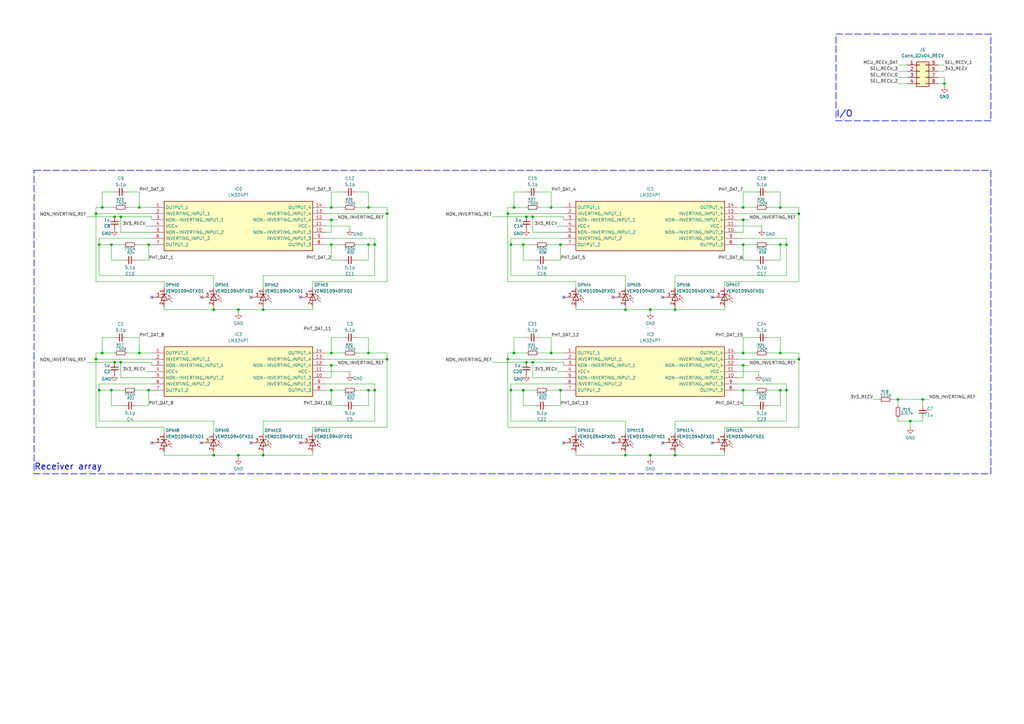
<source format=kicad_sch>
(kicad_sch (version 20250114) (generator "eeschema") (generator_version "9.0")
  (paper "A3")
  (rectangle (start 342.9 13.97) (end 406.4 49.53) (stroke (width 0.254) (type dash)))
  (rectangle (start 13.97 69.85) (end 406.4 194.31) (stroke (width 0.254) (type dash)))
  (text "I/O" (at 342.9 46.736 0) (effects (font (size 2.54 2.54) (thickness 0.3175)) (justify left)))
  (text "Receiver array" (at 13.97 191.516 0) (effects (font (size 2.54 2.54) (thickness 0.3175)) (justify left)))
  (junction (at 215.9 88.9))
  (junction (at 218.44 148.59))
  (junction (at 107.95 127))
  (junction (at 320.04 100.33))
  (junction (at 322.58 160.02))
  (junction (at 276.86 186.69))
  (junction (at 229.87 100.33))
  (junction (at 41.91 85.09))
  (junction (at 107.95 186.69))
  (junction (at 327.66 87.63))
  (junction (at 49.53 88.9))
  (junction (at 226.06 85.09))
  (junction (at 256.54 186.69))
  (junction (at 151.13 144.78))
  (junction (at 210.82 85.09))
  (junction (at 209.55 160.02))
  (junction (at 304.8 90.17))
  (junction (at 40.64 160.02))
  (junction (at 45.72 160.02))
  (junction (at 57.15 144.78))
  (junction (at 368.3 163.83))
  (junction (at 304.8 160.02))
  (junction (at 135.89 85.09))
  (junction (at 151.13 100.33))
  (junction (at 327.66 147.32))
  (junction (at 304.8 144.78))
  (junction (at 304.8 100.33))
  (junction (at 214.63 160.02))
  (junction (at 135.89 90.17))
  (junction (at 229.87 160.02))
  (junction (at 39.37 87.63))
  (junction (at 226.06 144.78))
  (junction (at 304.8 85.09))
  (junction (at 97.79 127))
  (junction (at 208.28 147.32))
  (junction (at 209.55 100.33))
  (junction (at 215.9 148.59))
  (junction (at 387.35 34.29))
  (junction (at 135.89 100.33))
  (junction (at 158.75 147.32))
  (junction (at 97.79 186.69))
  (junction (at 46.99 148.59))
  (junction (at 210.82 144.78))
  (junction (at 135.89 160.02))
  (junction (at 60.96 160.02))
  (junction (at 60.96 100.33))
  (junction (at 49.53 148.59))
  (junction (at 40.64 100.33))
  (junction (at 135.89 149.86))
  (junction (at 320.04 85.09))
  (junction (at 214.63 100.33))
  (junction (at 208.28 87.63))
  (junction (at 322.58 100.33))
  (junction (at 304.8 149.86))
  (junction (at 266.7 127))
  (junction (at 45.72 100.33))
  (junction (at 39.37 147.32))
  (junction (at 41.91 144.78))
  (junction (at 57.15 85.09))
  (junction (at 266.7 186.69))
  (junction (at 151.13 160.02))
  (junction (at 87.63 186.69))
  (junction (at 153.67 160.02))
  (junction (at 158.75 87.63))
  (junction (at 46.99 88.9))
  (junction (at 153.67 100.33))
  (junction (at 87.63 127))
  (junction (at 378.46 163.83))
  (junction (at 151.13 85.09))
  (junction (at 256.54 127))
  (junction (at 320.04 144.78))
  (junction (at 135.89 144.78))
  (junction (at 276.86 127))
  (junction (at 373.38 172.72))
  (junction (at 218.44 88.9))
  (junction (at 320.04 160.02))
  (no_connect (at 271.78 121.92))
  (no_connect (at 102.87 181.61))
  (no_connect (at 271.78 181.61))
  (no_connect (at 102.87 121.92))
  (no_connect (at 82.55 181.61))
  (no_connect (at 123.19 121.92))
  (no_connect (at 292.1 181.61))
  (no_connect (at 62.23 181.61))
  (no_connect (at 82.55 121.92))
  (no_connect (at 251.46 121.92))
  (no_connect (at 62.23 121.92))
  (no_connect (at 231.14 121.92))
  (no_connect (at 231.14 181.61))
  (no_connect (at 123.19 181.61))
  (no_connect (at 292.1 121.92))
  (no_connect (at 251.46 181.61))
  (wire (pts (xy 297.18 177.8) (xy 297.18 175.26)))
  (wire (pts (xy 50.8 160.02) (xy 45.72 160.02)))
  (wire (pts (xy 60.96 160.02) (xy 62.23 160.02)))
  (wire (pts (xy 67.31 118.11) (xy 67.31 115.57)))
  (wire (pts (xy 210.82 78.74) (xy 210.82 85.09)))
  (wire (pts (xy 87.63 186.69) (xy 97.79 186.69)))
  (wire (pts (xy 146.05 138.43) (xy 151.13 138.43)))
  (wire (pts (xy 67.31 127) (xy 87.63 127)))
  (wire (pts (xy 368.3 172.72) (xy 368.3 171.45)))
  (wire (pts (xy 229.87 166.37) (xy 229.87 160.02)))
  (wire (pts (xy 229.87 106.68) (xy 229.87 100.33)))
  (wire (pts (xy 215.9 148.59) (xy 218.44 148.59)))
  (wire (pts (xy 314.96 166.37) (xy 320.04 166.37)))
  (wire (pts (xy 322.58 157.48) (xy 302.26 157.48)))
  (wire (pts (xy 40.64 97.79) (xy 40.64 100.33)))
  (wire (pts (xy 146.05 100.33) (xy 151.13 100.33)))
  (wire (pts (xy 146.05 144.78) (xy 151.13 144.78)))
  (wire (pts (xy 322.58 97.79) (xy 302.26 97.79)))
  (wire (pts (xy 50.8 100.33) (xy 45.72 100.33)))
  (wire (pts (xy 128.27 185.42) (xy 128.27 186.69)))
  (wire (pts (xy 208.28 87.63) (xy 231.14 87.63)))
  (wire (pts (xy 231.14 88.9) (xy 231.14 90.17)))
  (wire (pts (xy 256.54 125.73) (xy 256.54 127)))
  (wire (pts (xy 220.98 78.74) (xy 226.06 78.74)))
  (wire (pts (xy 59.69 152.4) (xy 62.23 152.4)))
  (wire (pts (xy 135.89 85.09) (xy 140.97 85.09)))
  (wire (pts (xy 50.8 166.37) (xy 45.72 166.37)))
  (wire (pts (xy 276.86 172.72) (xy 322.58 172.72)))
  (wire (pts (xy 314.96 100.33) (xy 320.04 100.33)))
  (wire (pts (xy 87.63 118.11) (xy 87.63 113.03)))
  (wire (pts (xy 320.04 100.33) (xy 322.58 100.33)))
  (wire (pts (xy 218.44 95.25) (xy 218.44 88.9)))
  (wire (pts (xy 133.35 95.25) (xy 135.89 95.25)))
  (wire (pts (xy 368.3 163.83) (xy 368.3 166.37)))
  (wire (pts (xy 208.28 175.26) (xy 208.28 147.32)))
  (wire (pts (xy 135.89 154.94) (xy 135.89 149.86)))
  (wire (pts (xy 49.53 95.25) (xy 49.53 88.9)))
  (wire (pts (xy 304.8 166.37) (xy 304.8 160.02)))
  (wire (pts (xy 229.87 100.33) (xy 231.14 100.33)))
  (wire (pts (xy 60.96 100.33) (xy 62.23 100.33)))
  (wire (pts (xy 67.31 175.26) (xy 39.37 175.26)))
  (wire (pts (xy 107.95 177.8) (xy 107.95 172.72)))
  (wire (pts (xy 209.55 97.79) (xy 209.55 100.33)))
  (wire (pts (xy 384.81 31.75) (xy 387.35 31.75)))
  (wire (pts (xy 49.53 154.94) (xy 62.23 154.94)))
  (wire (pts (xy 302.26 92.71) (xy 312.42 92.71)))
  (wire (pts (xy 320.04 138.43) (xy 320.04 144.78)))
  (wire (pts (xy 87.63 185.42) (xy 87.63 186.69)))
  (wire (pts (xy 236.22 127) (xy 256.54 127)))
  (wire (pts (xy 49.53 148.59) (xy 62.23 148.59)))
  (wire (pts (xy 210.82 138.43) (xy 210.82 144.78)))
  (wire (pts (xy 158.75 87.63) (xy 133.35 87.63)))
  (wire (pts (xy 219.71 166.37) (xy 214.63 166.37)))
  (wire (pts (xy 158.75 175.26) (xy 158.75 147.32)))
  (wire (pts (xy 67.31 125.73) (xy 67.31 127)))
  (wire (pts (xy 128.27 115.57) (xy 158.75 115.57)))
  (wire (pts (xy 133.35 90.17) (xy 135.89 90.17)))
  (wire (pts (xy 218.44 154.94) (xy 231.14 154.94)))
  (wire (pts (xy 219.71 100.33) (xy 214.63 100.33)))
  (wire (pts (xy 226.06 138.43) (xy 226.06 144.78)))
  (wire (pts (xy 133.35 154.94) (xy 135.89 154.94)))
  (wire (pts (xy 107.95 185.42) (xy 107.95 186.69)))
  (wire (pts (xy 231.14 148.59) (xy 231.14 149.86)))
  (wire (pts (xy 372.11 34.29) (xy 368.3 34.29)))
  (wire (pts (xy 128.27 186.69) (xy 107.95 186.69)))
  (wire (pts (xy 302.26 100.33) (xy 304.8 100.33)))
  (wire (pts (xy 40.64 113.03) (xy 40.64 100.33)))
  (wire (pts (xy 39.37 144.78) (xy 39.37 147.32)))
  (wire (pts (xy 358.14 163.83) (xy 360.68 163.83)))
  (wire (pts (xy 45.72 166.37) (xy 45.72 160.02)))
  (wire (pts (xy 327.66 85.09) (xy 327.66 87.63)))
  (wire (pts (xy 60.96 106.68) (xy 60.96 100.33)))
  (wire (pts (xy 219.71 160.02) (xy 214.63 160.02)))
  (wire (pts (xy 304.8 149.86) (xy 307.34 149.86)))
  (wire (pts (xy 226.06 144.78) (xy 231.14 144.78)))
  (wire (pts (xy 41.91 144.78) (xy 46.99 144.78)))
  (wire (pts (xy 384.81 29.21) (xy 387.35 29.21)))
  (wire (pts (xy 214.63 100.33) (xy 209.55 100.33)))
  (wire (pts (xy 146.05 78.74) (xy 151.13 78.74)))
  (wire (pts (xy 314.96 85.09) (xy 320.04 85.09)))
  (wire (pts (xy 39.37 147.32) (xy 62.23 147.32)))
  (wire (pts (xy 57.15 144.78) (xy 62.23 144.78)))
  (wire (pts (xy 302.26 152.4) (xy 311.15 152.4)))
  (wire (pts (xy 276.86 186.69) (xy 266.7 186.69)))
  (wire (pts (xy 224.79 106.68) (xy 229.87 106.68)))
  (wire (pts (xy 128.27 118.11) (xy 128.27 115.57)))
  (wire (pts (xy 158.75 115.57) (xy 158.75 87.63)))
  (wire (pts (xy 309.88 160.02) (xy 304.8 160.02)))
  (wire (pts (xy 140.97 138.43) (xy 135.89 138.43)))
  (wire (pts (xy 40.64 157.48) (xy 40.64 160.02)))
  (wire (pts (xy 87.63 127) (xy 97.79 127)))
  (wire (pts (xy 46.99 88.9) (xy 49.53 88.9)))
  (wire (pts (xy 384.81 26.67) (xy 387.35 26.67)))
  (wire (pts (xy 210.82 144.78) (xy 208.28 144.78)))
  (wire (pts (xy 151.13 160.02) (xy 153.67 160.02)))
  (wire (pts (xy 87.63 125.73) (xy 87.63 127)))
  (wire (pts (xy 297.18 115.57) (xy 327.66 115.57)))
  (wire (pts (xy 236.22 125.73) (xy 236.22 127)))
  (wire (pts (xy 226.06 78.74) (xy 226.06 85.09)))
  (wire (pts (xy 320.04 144.78) (xy 327.66 144.78)))
  (wire (pts (xy 135.89 144.78) (xy 140.97 144.78)))
  (wire (pts (xy 140.97 160.02) (xy 135.89 160.02)))
  (wire (pts (xy 97.79 186.69) (xy 97.79 187.96)))
  (wire (pts (xy 133.35 152.4) (xy 143.51 152.4)))
  (wire (pts (xy 304.8 144.78) (xy 302.26 144.78)))
  (wire (pts (xy 297.18 125.73) (xy 297.18 127)))
  (wire (pts (xy 368.3 163.83) (xy 378.46 163.83)))
  (wire (pts (xy 135.89 144.78) (xy 133.35 144.78)))
  (wire (pts (xy 309.88 100.33) (xy 304.8 100.33)))
  (wire (pts (xy 327.66 175.26) (xy 327.66 147.32)))
  (wire (pts (xy 297.18 186.69) (xy 276.86 186.69)))
  (wire (pts (xy 151.13 100.33) (xy 153.67 100.33)))
  (wire (pts (xy 45.72 100.33) (xy 40.64 100.33)))
  (wire (pts (xy 208.28 144.78) (xy 208.28 147.32)))
  (wire (pts (xy 372.11 29.21) (xy 368.3 29.21)))
  (wire (pts (xy 41.91 78.74) (xy 41.91 85.09)))
  (wire (pts (xy 327.66 115.57) (xy 327.66 87.63)))
  (wire (pts (xy 57.15 138.43) (xy 57.15 144.78)))
  (wire (pts (xy 276.86 185.42) (xy 276.86 186.69)))
  (wire (pts (xy 302.26 90.17) (xy 304.8 90.17)))
  (wire (pts (xy 373.38 172.72) (xy 378.46 172.72)))
  (wire (pts (xy 228.6 92.71) (xy 231.14 92.71)))
  (wire (pts (xy 146.05 166.37) (xy 151.13 166.37)))
  (wire (pts (xy 87.63 172.72) (xy 40.64 172.72)))
  (wire (pts (xy 229.87 160.02) (xy 231.14 160.02)))
  (wire (pts (xy 107.95 127) (xy 97.79 127)))
  (wire (pts (xy 256.54 185.42) (xy 256.54 186.69)))
  (wire (pts (xy 304.8 95.25) (xy 304.8 90.17)))
  (wire (pts (xy 226.06 85.09) (xy 231.14 85.09)))
  (wire (pts (xy 135.89 149.86) (xy 138.43 149.86)))
  (wire (pts (xy 39.37 115.57) (xy 39.37 87.63)))
  (wire (pts (xy 133.35 160.02) (xy 135.89 160.02)))
  (wire (pts (xy 151.13 78.74) (xy 151.13 85.09)))
  (wire (pts (xy 236.22 185.42) (xy 236.22 186.69)))
  (wire (pts (xy 304.8 85.09) (xy 309.88 85.09)))
  (wire (pts (xy 45.72 106.68) (xy 45.72 100.33)))
  (wire (pts (xy 297.18 175.26) (xy 327.66 175.26)))
  (wire (pts (xy 208.28 115.57) (xy 208.28 87.63)))
  (wire (pts (xy 304.8 144.78) (xy 309.88 144.78)))
  (wire (pts (xy 276.86 177.8) (xy 276.86 172.72)))
  (wire (pts (xy 311.15 153.67) (xy 311.15 152.4)))
  (wire (pts (xy 297.18 127) (xy 276.86 127)))
  (wire (pts (xy 214.63 106.68) (xy 214.63 100.33)))
  (wire (pts (xy 143.51 93.98) (xy 143.51 92.71)))
  (wire (pts (xy 276.86 127) (xy 266.7 127)))
  (wire (pts (xy 309.88 138.43) (xy 304.8 138.43)))
  (wire (pts (xy 107.95 125.73) (xy 107.95 127)))
  (wire (pts (xy 209.55 113.03) (xy 209.55 100.33)))
  (wire (pts (xy 322.58 100.33) (xy 322.58 113.03)))
  (wire (pts (xy 320.04 160.02) (xy 322.58 160.02)))
  (wire (pts (xy 40.64 157.48) (xy 62.23 157.48)))
  (wire (pts (xy 153.67 160.02) (xy 153.67 157.48)))
  (wire (pts (xy 215.9 78.74) (xy 210.82 78.74)))
  (wire (pts (xy 209.55 157.48) (xy 231.14 157.48)))
  (wire (pts (xy 210.82 85.09) (xy 215.9 85.09)))
  (wire (pts (xy 266.7 127) (xy 266.7 128.27)))
  (wire (pts (xy 135.89 95.25) (xy 135.89 90.17)))
  (wire (pts (xy 128.27 125.73) (xy 128.27 127)))
  (wire (pts (xy 309.88 166.37) (xy 304.8 166.37)))
  (wire (pts (xy 46.99 148.59) (xy 49.53 148.59)))
  (wire (pts (xy 128.27 127) (xy 107.95 127)))
  (wire (pts (xy 314.96 138.43) (xy 320.04 138.43)))
  (wire (pts (xy 153.67 160.02) (xy 153.67 172.72)))
  (wire (pts (xy 320.04 106.68) (xy 320.04 100.33)))
  (wire (pts (xy 153.67 157.48) (xy 133.35 157.48)))
  (wire (pts (xy 67.31 185.42) (xy 67.31 186.69)))
  (wire (pts (xy 210.82 85.09) (xy 208.28 85.09)))
  (wire (pts (xy 320.04 78.74) (xy 320.04 85.09)))
  (wire (pts (xy 87.63 113.03) (xy 40.64 113.03)))
  (wire (pts (xy 135.89 90.17) (xy 138.43 90.17)))
  (wire (pts (xy 146.05 85.09) (xy 151.13 85.09)))
  (wire (pts (xy 309.88 78.74) (xy 304.8 78.74)))
  (wire (pts (xy 97.79 127) (xy 97.79 128.27)))
  (wire (pts (xy 67.31 186.69) (xy 87.63 186.69)))
  (wire (pts (xy 57.15 85.09) (xy 62.23 85.09)))
  (wire (pts (xy 60.96 160.02) (xy 55.88 160.02)))
  (wire (pts (xy 39.37 87.63) (xy 62.23 87.63)))
  (wire (pts (xy 373.38 172.72) (xy 373.38 175.26)))
  (wire (pts (xy 256.54 172.72) (xy 209.55 172.72)))
  (wire (pts (xy 314.96 160.02) (xy 320.04 160.02)))
  (wire (pts (xy 57.15 78.74) (xy 57.15 85.09)))
  (wire (pts (xy 304.8 138.43) (xy 304.8 144.78)))
  (wire (pts (xy 135.89 106.68) (xy 135.89 100.33)))
  (wire (pts (xy 128.27 175.26) (xy 158.75 175.26)))
  (wire (pts (xy 39.37 175.26) (xy 39.37 147.32)))
  (wire (pts (xy 276.86 118.11) (xy 276.86 113.03)))
  (wire (pts (xy 209.55 97.79) (xy 231.14 97.79)))
  (wire (pts (xy 365.76 163.83) (xy 368.3 163.83)))
  (wire (pts (xy 256.54 127) (xy 266.7 127)))
  (wire (pts (xy 266.7 186.69) (xy 266.7 187.96)))
  (wire (pts (xy 201.93 88.9) (xy 215.9 88.9)))
  (wire (pts (xy 302.26 95.25) (xy 304.8 95.25)))
  (wire (pts (xy 153.67 100.33) (xy 153.67 97.79)))
  (wire (pts (xy 322.58 160.02) (xy 322.58 172.72)))
  (wire (pts (xy 201.93 148.59) (xy 215.9 148.59)))
  (wire (pts (xy 151.13 144.78) (xy 158.75 144.78)))
  (wire (pts (xy 312.42 93.98) (xy 312.42 92.71)))
  (wire (pts (xy 220.98 85.09) (xy 226.06 85.09)))
  (wire (pts (xy 52.07 78.74) (xy 57.15 78.74)))
  (wire (pts (xy 302.26 149.86) (xy 304.8 149.86)))
  (wire (pts (xy 219.71 106.68) (xy 214.63 106.68)))
  (wire (pts (xy 373.38 172.72) (xy 368.3 172.72)))
  (wire (pts (xy 133.35 92.71) (xy 143.51 92.71)))
  (wire (pts (xy 52.07 85.09) (xy 57.15 85.09)))
  (wire (pts (xy 135.89 166.37) (xy 135.89 160.02)))
  (wire (pts (xy 322.58 100.33) (xy 322.58 97.79)))
  (wire (pts (xy 314.96 106.68) (xy 320.04 106.68)))
  (wire (pts (xy 368.3 26.67) (xy 372.11 26.67)))
  (wire (pts (xy 52.07 138.43) (xy 57.15 138.43)))
  (wire (pts (xy 302.26 160.02) (xy 304.8 160.02)))
  (wire (pts (xy 387.35 31.75) (xy 387.35 34.29)))
  (wire (pts (xy 158.75 144.78) (xy 158.75 147.32)))
  (wire (pts (xy 229.87 160.02) (xy 224.79 160.02)))
  (wire (pts (xy 236.22 186.69) (xy 256.54 186.69)))
  (wire (pts (xy 49.53 88.9) (xy 62.23 88.9)))
  (wire (pts (xy 322.58 160.02) (xy 322.58 157.48)))
  (wire (pts (xy 304.8 154.94) (xy 304.8 149.86)))
  (wire (pts (xy 40.64 97.79) (xy 62.23 97.79)))
  (wire (pts (xy 151.13 106.68) (xy 151.13 100.33)))
  (wire (pts (xy 209.55 157.48) (xy 209.55 160.02)))
  (wire (pts (xy 140.97 78.74) (xy 135.89 78.74)))
  (wire (pts (xy 153.67 97.79) (xy 133.35 97.79)))
  (wire (pts (xy 214.63 160.02) (xy 209.55 160.02)))
  (wire (pts (xy 214.63 166.37) (xy 214.63 160.02)))
  (wire (pts (xy 39.37 85.09) (xy 39.37 87.63)))
  (wire (pts (xy 297.18 185.42) (xy 297.18 186.69)))
  (wire (pts (xy 276.86 125.73) (xy 276.86 127)))
  (wire (pts (xy 236.22 177.8) (xy 236.22 175.26)))
  (wire (pts (xy 41.91 85.09) (xy 39.37 85.09)))
  (wire (pts (xy 220.98 144.78) (xy 226.06 144.78)))
  (wire (pts (xy 208.28 85.09) (xy 208.28 87.63)))
  (wire (pts (xy 35.56 148.59) (xy 46.99 148.59)))
  (wire (pts (xy 135.89 78.74) (xy 135.89 85.09)))
  (wire (pts (xy 158.75 85.09) (xy 158.75 87.63)))
  (wire (pts (xy 327.66 87.63) (xy 302.26 87.63)))
  (wire (pts (xy 60.96 100.33) (xy 55.88 100.33)))
  (wire (pts (xy 151.13 166.37) (xy 151.13 160.02)))
  (wire (pts (xy 133.35 100.33) (xy 135.89 100.33)))
  (wire (pts (xy 135.89 138.43) (xy 135.89 144.78)))
  (wire (pts (xy 218.44 154.94) (xy 218.44 148.59)))
  (wire (pts (xy 151.13 85.09) (xy 158.75 85.09)))
  (wire (pts (xy 215.9 138.43) (xy 210.82 138.43)))
  (wire (pts (xy 107.95 172.72) (xy 153.67 172.72)))
  (wire (pts (xy 218.44 148.59) (xy 231.14 148.59)))
  (wire (pts (xy 146.05 160.02) (xy 151.13 160.02)))
  (wire (pts (xy 297.18 118.11) (xy 297.18 115.57)))
  (wire (pts (xy 320.04 85.09) (xy 327.66 85.09)))
  (wire (pts (xy 218.44 95.25) (xy 231.14 95.25)))
  (wire (pts (xy 153.67 100.33) (xy 153.67 113.03)))
  (wire (pts (xy 256.54 113.03) (xy 209.55 113.03)))
  (wire (pts (xy 40.64 172.72) (xy 40.64 160.02)))
  (wire (pts (xy 128.27 177.8) (xy 128.27 175.26)))
  (wire (pts (xy 314.96 78.74) (xy 320.04 78.74)))
  (wire (pts (xy 327.66 144.78) (xy 327.66 147.32)))
  (wire (pts (xy 209.55 172.72) (xy 209.55 160.02)))
  (wire (pts (xy 304.8 78.74) (xy 304.8 85.09)))
  (wire (pts (xy 41.91 144.78) (xy 39.37 144.78)))
  (wire (pts (xy 302.26 154.94) (xy 304.8 154.94)))
  (wire (pts (xy 135.89 85.09) (xy 133.35 85.09)))
  (wire (pts (xy 140.97 166.37) (xy 135.89 166.37)))
  (wire (pts (xy 228.6 152.4) (xy 231.14 152.4)))
  (wire (pts (xy 62.23 88.9) (xy 62.23 90.17)))
  (wire (pts (xy 133.35 149.86) (xy 135.89 149.86)))
  (wire (pts (xy 35.56 88.9) (xy 46.99 88.9)))
  (wire (pts (xy 327.66 147.32) (xy 302.26 147.32)))
  (wire (pts (xy 49.53 154.94) (xy 49.53 148.59)))
  (wire (pts (xy 378.46 163.83) (xy 381 163.83)))
  (wire (pts (xy 378.46 163.83) (xy 378.46 166.37)))
  (wire (pts (xy 210.82 144.78) (xy 215.9 144.78)))
  (wire (pts (xy 143.51 153.67) (xy 143.51 152.4)))
  (wire (pts (xy 140.97 106.68) (xy 135.89 106.68)))
  (wire (pts (xy 87.63 177.8) (xy 87.63 172.72)))
  (wire (pts (xy 59.69 92.71) (xy 62.23 92.71)))
  (wire (pts (xy 304.8 85.09) (xy 302.26 85.09)))
  (wire (pts (xy 62.23 148.59) (xy 62.23 149.86)))
  (wire (pts (xy 146.05 106.68) (xy 151.13 106.68)))
  (wire (pts (xy 309.88 106.68) (xy 304.8 106.68)))
  (wire (pts (xy 55.88 166.37) (xy 60.96 166.37)))
  (wire (pts (xy 256.54 118.11) (xy 256.54 113.03)))
  (wire (pts (xy 60.96 166.37) (xy 60.96 160.02)))
  (wire (pts (xy 107.95 118.11) (xy 107.95 113.03)))
  (wire (pts (xy 256.54 177.8) (xy 256.54 172.72)))
  (wire (pts (xy 378.46 171.45) (xy 378.46 172.72)))
  (wire (pts (xy 229.87 100.33) (xy 224.79 100.33)))
  (wire (pts (xy 220.98 138.43) (xy 226.06 138.43)))
  (wire (pts (xy 236.22 118.11) (xy 236.22 115.57)))
  (wire (pts (xy 276.86 113.03) (xy 322.58 113.03)))
  (wire (pts (xy 224.79 166.37) (xy 229.87 166.37)))
  (wire (pts (xy 107.95 113.03) (xy 153.67 113.03)))
  (wire (pts (xy 215.9 88.9) (xy 218.44 88.9)))
  (wire (pts (xy 39.37 115.57) (xy 67.31 115.57)))
  (wire (pts (xy 140.97 100.33) (xy 135.89 100.33)))
  (wire (pts (xy 50.8 106.68) (xy 45.72 106.68)))
  (wire (pts (xy 208.28 147.32) (xy 231.14 147.32)))
  (wire (pts (xy 107.95 186.69) (xy 97.79 186.69)))
  (wire (pts (xy 372.11 31.75) (xy 368.3 31.75)))
  (wire (pts (xy 41.91 138.43) (xy 41.91 144.78)))
  (wire (pts (xy 387.35 34.29) (xy 387.35 35.56)))
  (wire (pts (xy 304.8 106.68) (xy 304.8 100.33)))
  (wire (pts (xy 320.04 166.37) (xy 320.04 160.02)))
  (wire (pts (xy 236.22 175.26) (xy 208.28 175.26)))
  (wire (pts (xy 218.44 88.9) (xy 231.14 88.9)))
  (wire (pts (xy 256.54 186.69) (xy 266.7 186.69)))
  (wire (pts (xy 46.99 78.74) (xy 41.91 78.74)))
  (wire (pts (xy 46.99 138.43) (xy 41.91 138.43)))
  (wire (pts (xy 45.72 160.02) (xy 40.64 160.02)))
  (wire (pts (xy 151.13 138.43) (xy 151.13 144.78)))
  (wire (pts (xy 55.88 106.68) (xy 60.96 106.68)))
  (wire (pts (xy 49.53 95.25) (xy 62.23 95.25)))
  (wire (pts (xy 236.22 115.57) (xy 208.28 115.57)))
  (wire (pts (xy 304.8 90.17) (xy 307.34 90.17)))
  (wire (pts (xy 52.07 144.78) (xy 57.15 144.78)))
  (wire (pts (xy 41.91 85.09) (xy 46.99 85.09)))
  (wire (pts (xy 314.96 144.78) (xy 320.04 144.78)))
  (wire (pts (xy 67.31 177.8) (xy 67.31 175.26)))
  (wire (pts (xy 158.75 147.32) (xy 133.35 147.32)))
  (wire (pts (xy 384.81 34.29) (xy 387.35 34.29)))
  (label "PHT_DAT_15" (at 304.8 138.43 180))
  (label "NON_INVERTING_REF" (at 381 163.83 0))
  (label "SEL_RECV_2" (at 368.3 34.29 180))
  (label "MCU_RECV_DAT" (at 368.3 26.67 180))
  (label "PHT_DAT_12" (at 226.06 138.43 0))
  (label "3V3_RECV" (at 228.6 92.71 180))
  (label "PHT_DAT_2" (at 135.89 106.68 180))
  (label "3V3_RECV" (at 59.69 152.4 180))
  (label "3V3_RECV" (at 358.14 163.83 180))
  (label "SEL_RECV_3" (at 368.3 29.21 180))
  (label "NON_INVERTING_REF" (at 307.34 149.86 0))
  (label "NON_INVERTING_REF" (at 35.56 148.59 180))
  (label "NON_INVERTING_REF" (at 138.43 90.17 0))
  (label "3V3_RECV" (at 59.69 92.71 180))
  (label "PHT_DAT_7" (at 304.8 78.74 180))
  (label "3V3_RECV" (at 387.35 29.21 0))
  (label "3V3_RECV" (at 228.6 152.4 180))
  (label "SEL_RECV_1" (at 387.35 26.67 0))
  (label "PHT_DAT_8" (at 57.15 138.43 0))
  (label "NON_INVERTING_REF" (at 201.93 88.9 180))
  (label "PHT_DAT_4" (at 226.06 78.74 0))
  (label "SEL_RECV_0" (at 368.3 31.75 180))
  (label "PHT_DAT_14" (at 304.8 166.37 180))
  (label "PHT_DAT_1" (at 60.96 106.68 0))
  (label "PHT_DAT_11" (at 135.89 135.89 180))
  (label "NON_INVERTING_REF" (at 138.43 149.86 0))
  (label "PHT_DAT_5" (at 229.87 106.68 0))
  (label "NON_INVERTING_REF" (at 35.56 88.9 180))
  (label "NON_INVERTING_REF" (at 307.34 90.17 0))
  (label "PHT_DAT_6" (at 304.8 106.68 180))
  (label "PHT_DAT_9" (at 60.96 166.37 0))
  (label "PHT_DAT_10" (at 135.89 166.37 180))
  (label "NON_INVERTING_REF" (at 201.93 148.59 180))
  (label "PHT_DAT_13" (at 229.87 166.37 0))
  (label "PHT_DAT_3" (at 135.89 78.74 180))
  (label "PHT_DAT_0" (at 57.15 78.74 0))
  (symbol (lib_id "Device:R_Small") (at 368.3 168.91 180) (unit 1)
    (property "Reference" "R19" (at 373.38 167.894 0) (effects (font (size 1.016 1.016)) (justify left)))
    (property "Value" "3.57k" (at 374.65 169.418 0) (effects (justify left)))
    (property "Footprint" "Resistor_SMD:R_0603_1608Metric" (effects (hide yes)))
    (property "Description" "Resistor, small symbol" (effects (hide yes)))
    (property "LCSC" "C218009" (effects (hide yes)))
  )
  (symbol (lib_id "Samacsys:VEMD10940FX01") (at 276.86 121.92 0) (unit 1)
    (property "Reference" "DPht6" (at 277.368 116.84 0) (effects (justify left)))
    (property "Value" "VEMD10940FX01" (at 277.368 119.38 0) (effects (justify left)))
    (property "Footprint" "Samacsys:VEMD10940FX01" (effects (hide yes)))
    (property "Datasheet" "http://www.vishay.com/docs/84217/vemd10940fx01.pdf" (effects (hide yes)))
    (property "Description" "Silicon PIN Photodiode 920nm 100ns 150 2-SMD, No Lead" (effects (hide yes)))
    (property "Height" "1.1" (effects (hide yes)))
    (property "Manufacturer_Name" "Vishay" (effects (hide yes)))
    (property "Manufacturer_Part_Number" "VEMD10940FX01" (effects (hide yes)))
    (property "Mouser Part Number" "78-VEMD10940FX01" (effects (hide yes)))
    (property "Mouser Price/Stock" "https://www.mouser.co.uk/ProductDetail/Vishay-Semiconductors/VEMD10940FX01?qs=HSwFsqQPTVPYuOXWDMZZVg%3D%3D" (effects (hide yes)))
    (property "Arrow Part Number" "VEMD10940FX01" (effects (hide yes)))
    (property "Arrow Price/Stock" "https://www.arrow.com/en/products/vemd10940fx01/vishay?utm_currency=USD&region=nac" (effects (hide yes)))
    (property "LCSC" "C7104273" (effects (hide yes)))
  )
  (symbol (lib_id "Samacsys:VEMD10940FX01") (at 107.95 181.61 0) (unit 1)
    (property "Reference" "DPht10" (at 108.458 176.53 0) (effects (justify left)))
    (property "Value" "VEMD10940FX01" (at 108.458 179.07 0) (effects (justify left)))
    (property "Footprint" "Samacsys:VEMD10940FX01" (effects (hide yes)))
    (property "Datasheet" "http://www.vishay.com/docs/84217/vemd10940fx01.pdf" (effects (hide yes)))
    (property "Description" "Silicon PIN Photodiode 920nm 100ns 150 2-SMD, No Lead" (effects (hide yes)))
    (property "Height" "1.1" (effects (hide yes)))
    (property "Manufacturer_Name" "Vishay" (effects (hide yes)))
    (property "Manufacturer_Part_Number" "VEMD10940FX01" (effects (hide yes)))
    (property "Mouser Part Number" "78-VEMD10940FX01" (effects (hide yes)))
    (property "Mouser Price/Stock" "https://www.mouser.co.uk/ProductDetail/Vishay-Semiconductors/VEMD10940FX01?qs=HSwFsqQPTVPYuOXWDMZZVg%3D%3D" (effects (hide yes)))
    (property "Arrow Part Number" "VEMD10940FX01" (effects (hide yes)))
    (property "Arrow Price/Stock" "https://www.arrow.com/en/products/vemd10940fx01/vishay?utm_currency=USD&region=nac" (effects (hide yes)))
    (property "LCSC" "C7104273" (effects (hide yes)))
  )
  (symbol (lib_id "power:GND") (at 387.35 35.56 0) (mirror y) (unit 1)
    (property "Reference" "#PWR021" (effects (hide yes)))
    (property "Value" "GND" (at 387.35 39.624 0))
    (property "Description" "Power symbol creates a global label with name \"GND\" , ground" (effects (hide yes)))
  )
  (symbol (lib_id "Device:C_Small") (at 143.51 138.43 90) (unit 1)
    (property "Reference" "C3" (at 143.51 132.842 90))
    (property "Value" "5.1p" (at 143.51 135.382 90))
    (property "Footprint" "Capacitor_SMD:C_0603_1608Metric" (effects (hide yes)))
    (property "Description" "Unpolarized capacitor, small symbol" (effects (hide yes)))
    (property "LCSC" "C3882846" (effects (hide yes)))
  )
  (symbol (lib_id "power:GND") (at 215.9 153.67 0) (unit 1)
    (property "Reference" "#PWR016" (effects (hide yes)))
    (property "Value" "GND" (at 212.598 155.448 0))
    (property "Description" "Power symbol creates a global label with name \"GND\" , ground" (effects (hide yes)))
  )
  (symbol (lib_id "Samacsys:VEMD10940FX01") (at 236.22 121.92 0) (unit 1)
    (property "Reference" "DPht4" (at 236.728 116.84 0) (effects (justify left)))
    (property "Value" "VEMD10940FX01" (at 236.728 119.38 0) (effects (justify left)))
    (property "Footprint" "Samacsys:VEMD10940FX01" (effects (hide yes)))
    (property "Datasheet" "http://www.vishay.com/docs/84217/vemd10940fx01.pdf" (effects (hide yes)))
    (property "Description" "Silicon PIN Photodiode 920nm 100ns 150 2-SMD, No Lead" (effects (hide yes)))
    (property "Height" "1.1" (effects (hide yes)))
    (property "Manufacturer_Name" "Vishay" (effects (hide yes)))
    (property "Manufacturer_Part_Number" "VEMD10940FX01" (effects (hide yes)))
    (property "Mouser Part Number" "78-VEMD10940FX01" (effects (hide yes)))
    (property "Mouser Price/Stock" "https://www.mouser.co.uk/ProductDetail/Vishay-Semiconductors/VEMD10940FX01?qs=HSwFsqQPTVPYuOXWDMZZVg%3D%3D" (effects (hide yes)))
    (property "Arrow Part Number" "VEMD10940FX01" (effects (hide yes)))
    (property "Arrow Price/Stock" "https://www.arrow.com/en/products/vemd10940fx01/vishay?utm_currency=USD&region=nac" (effects (hide yes)))
    (property "LCSC" "C7104273" (effects (hide yes)))
  )
  (symbol (lib_id "Device:R_Small") (at 312.42 100.33 90) (unit 1)
    (property "Reference" "R29" (at 311.15 103.632 90) (effects (font (size 1.016 1.016)) (justify right)))
    (property "Value" "750k" (at 309.88 102.108 90) (effects (justify right)))
    (property "Footprint" "Resistor_SMD:R_0603_1608Metric" (effects (hide yes)))
    (property "Description" "Resistor, small symbol" (effects (hide yes)))
    (property "LCSC" "C863934" (effects (hide yes)))
  )
  (symbol (lib_id "Device:C_Small") (at 46.99 151.13 0) (mirror y) (unit 1)
    (property "Reference" "C2" (at 43.942 152.4 0))
    (property "Value" "1u" (at 43.942 149.86 0))
    (property "Footprint" "Capacitor_SMD:C_0603_1608Metric" (effects (hide yes)))
    (property "Description" "Unpolarized capacitor, small symbol" (effects (hide yes)))
    (property "LCSC" "C106214" (effects (hide yes)))
  )
  (symbol (lib_id "Device:C_Small") (at 215.9 91.44 0) (unit 1)
    (property "Reference" "C14" (at 212.598 92.71 0))
    (property "Value" "1u" (at 212.598 90.17 0))
    (property "Footprint" "Capacitor_SMD:C_0603_1608Metric" (effects (hide yes)))
    (property "Description" "Unpolarized capacitor, small symbol" (effects (hide yes)))
    (property "LCSC" "C106214" (effects (hide yes)))
  )
  (symbol (lib_id "Samacsys:VEMD10940FX01") (at 276.86 181.61 0) (unit 1)
    (property "Reference" "DPht14" (at 277.368 176.53 0) (effects (justify left)))
    (property "Value" "VEMD10940FX01" (at 277.368 179.07 0) (effects (justify left)))
    (property "Footprint" "Samacsys:VEMD10940FX01" (effects (hide yes)))
    (property "Datasheet" "http://www.vishay.com/docs/84217/vemd10940fx01.pdf" (effects (hide yes)))
    (property "Description" "Silicon PIN Photodiode 920nm 100ns 150 2-SMD, No Lead" (effects (hide yes)))
    (property "Height" "1.1" (effects (hide yes)))
    (property "Manufacturer_Name" "Vishay" (effects (hide yes)))
    (property "Manufacturer_Part_Number" "VEMD10940FX01" (effects (hide yes)))
    (property "Mouser Part Number" "78-VEMD10940FX01" (effects (hide yes)))
    (property "Mouser Price/Stock" "https://www.mouser.co.uk/ProductDetail/Vishay-Semiconductors/VEMD10940FX01?qs=HSwFsqQPTVPYuOXWDMZZVg%3D%3D" (effects (hide yes)))
    (property "Arrow Part Number" "VEMD10940FX01" (effects (hide yes)))
    (property "Arrow Price/Stock" "https://www.arrow.com/en/products/vemd10940fx01/vishay?utm_currency=USD&region=nac" (effects (hide yes)))
    (property "LCSC" "C7104273" (effects (hide yes)))
  )
  (symbol (lib_id "Device:R_Small") (at 218.44 85.09 270) (unit 1)
    (property "Reference" "R27" (at 219.71 81.788 90) (effects (font (size 1.016 1.016)) (justify right)))
    (property "Value" "750k" (at 220.98 83.312 90) (effects (justify right)))
    (property "Footprint" "Resistor_SMD:R_0603_1608Metric" (effects (hide yes)))
    (property "Description" "Resistor, small symbol" (effects (hide yes)))
    (property "LCSC" "C863934" (effects (hide yes)))
  )
  (symbol (lib_id "Device:C_Small") (at 53.34 166.37 270) (unit 1)
    (property "Reference" "C4" (at 53.34 171.958 90))
    (property "Value" "5.1p" (at 53.34 169.418 90))
    (property "Footprint" "Capacitor_SMD:C_0603_1608Metric" (effects (hide yes)))
    (property "Description" "Unpolarized capacitor, small symbol" (effects (hide yes)))
    (property "LCSC" "C3882846" (effects (hide yes)))
  )
  (symbol (lib_id "Samacsys:LM324PT") (at 231.14 85.09 0) (unit 1)
    (property "Reference" "IC1" (at 266.7 77.47 0))
    (property "Value" "LM324PT" (at 266.7 80.01 0))
    (property "Footprint" "Samacsys:SOP65P640X120-14N" (effects (hide yes)))
    (property "Datasheet" "http://www.st.com/st-web-ui/static/active/en/resource/technical/document/datasheet/CD00000457.pdf" (effects (hide yes)))
    (property "Description" "LM324PT, Quad Operational Amplifier 1.3MHz 5 to 28V, 14-Pin TSSOP" (effects (hide yes)))
    (property "Height" "1.2" (effects (hide yes)))
    (property "Manufacturer_Name" "STMicroelectronics" (effects (hide yes)))
    (property "Manufacturer_Part_Number" "LM324PT" (effects (hide yes)))
    (property "Mouser Part Number" "511-LM324P" (effects (hide yes)))
    (property "Mouser Price/Stock" "https://www.mouser.co.uk/ProductDetail/STMicroelectronics/LM324PT?qs=CveI%2FUwZDBIHX0qzHo7hHg%3D%3D" (effects (hide yes)))
    (property "Arrow Part Number" "LM324PT" (effects (hide yes)))
    (property "Arrow Price/Stock" "https://www.arrow.com/en/products/lm324pt/stmicroelectronics?utm_currency=USD&region=europe" (effects (hide yes)))
    (property "LCSC" "C7944" (effects (hide yes)))
  )
  (symbol (lib_id "Samacsys:VEMD10940FX01") (at 297.18 121.92 0) (unit 1)
    (property "Reference" "DPht7" (at 297.688 116.84 0) (effects (justify left)))
    (property "Value" "VEMD10940FX01" (at 297.688 119.38 0) (effects (justify left)))
    (property "Footprint" "Samacsys:VEMD10940FX01" (effects (hide yes)))
    (property "Datasheet" "http://www.vishay.com/docs/84217/vemd10940fx01.pdf" (effects (hide yes)))
    (property "Description" "Silicon PIN Photodiode 920nm 100ns 150 2-SMD, No Lead" (effects (hide yes)))
    (property "Height" "1.1" (effects (hide yes)))
    (property "Manufacturer_Name" "Vishay" (effects (hide yes)))
    (property "Manufacturer_Part_Number" "VEMD10940FX01" (effects (hide yes)))
    (property "Mouser Part Number" "78-VEMD10940FX01" (effects (hide yes)))
    (property "Mouser Price/Stock" "https://www.mouser.co.uk/ProductDetail/Vishay-Semiconductors/VEMD10940FX01?qs=HSwFsqQPTVPYuOXWDMZZVg%3D%3D" (effects (hide yes)))
    (property "Arrow Part Number" "VEMD10940FX01" (effects (hide yes)))
    (property "Arrow Price/Stock" "https://www.arrow.com/en/products/vemd10940fx01/vishay?utm_currency=USD&region=nac" (effects (hide yes)))
    (property "LCSC" "C7104273" (effects (hide yes)))
  )
  (symbol (lib_id "Device:R_Small") (at 143.51 100.33 90) (unit 1)
    (property "Reference" "R25" (at 142.24 103.632 90) (effects (font (size 1.016 1.016)) (justify right)))
    (property "Value" "750k" (at 140.97 102.108 90) (effects (justify right)))
    (property "Footprint" "Resistor_SMD:R_0603_1608Metric" (effects (hide yes)))
    (property "Description" "Resistor, small symbol" (effects (hide yes)))
    (property "LCSC" "C863934" (effects (hide yes)))
  )
  (symbol (lib_id "Device:C_Small") (at 215.9 151.13 0) (mirror y) (unit 1)
    (property "Reference" "C20" (at 212.344 152.4 0))
    (property "Value" "1u" (at 212.344 149.86 0))
    (property "Footprint" "Capacitor_SMD:C_0603_1608Metric" (effects (hide yes)))
    (property "Description" "Unpolarized capacitor, small symbol" (effects (hide yes)))
    (property "LCSC" "C106214" (effects (hide yes)))
  )
  (symbol (lib_id "power:GND") (at 266.7 128.27 0) (unit 1)
    (property "Reference" "#PWR014" (effects (hide yes)))
    (property "Value" "GND" (at 266.7 132.588 0))
    (property "Description" "Power symbol creates a global label with name \"GND\" , ground" (effects (hide yes)))
  )
  (symbol (lib_id "Device:C_Small") (at 312.42 106.68 270) (unit 1)
    (property "Reference" "C17" (at 312.42 112.268 90))
    (property "Value" "5.1p" (at 312.42 109.728 90))
    (property "Footprint" "Capacitor_SMD:C_0603_1608Metric" (effects (hide yes)))
    (property "Description" "Unpolarized capacitor, small symbol" (effects (hide yes)))
    (property "LCSC" "C3882846" (effects (hide yes)))
  )
  (symbol (lib_id "Device:R_Small") (at 143.51 144.78 270) (unit 1)
    (property "Reference" "R20" (at 144.78 141.478 90) (effects (font (size 1.016 1.016)) (justify right)))
    (property "Value" "750k" (at 146.05 143.002 90) (effects (justify right)))
    (property "Footprint" "Resistor_SMD:R_0603_1608Metric" (effects (hide yes)))
    (property "Description" "Resistor, small symbol" (effects (hide yes)))
    (property "LCSC" "C863934" (effects (hide yes)))
  )
  (symbol (lib_id "Device:C_Small") (at 49.53 78.74 90) (unit 1)
    (property "Reference" "C9" (at 49.53 73.152 90))
    (property "Value" "5.1p" (at 49.53 75.692 90))
    (property "Footprint" "Capacitor_SMD:C_0603_1608Metric" (effects (hide yes)))
    (property "Description" "Unpolarized capacitor, small symbol" (effects (hide yes)))
    (property "LCSC" "C3882846" (effects (hide yes)))
  )
  (symbol (lib_id "Samacsys:VEMD10940FX01") (at 67.31 121.92 0) (unit 1)
    (property "Reference" "DPht0" (at 67.818 116.84 0) (effects (justify left)))
    (property "Value" "VEMD10940FX01" (at 67.818 119.38 0) (effects (justify left)))
    (property "Footprint" "Samacsys:VEMD10940FX01" (effects (hide yes)))
    (property "Datasheet" "http://www.vishay.com/docs/84217/vemd10940fx01.pdf" (effects (hide yes)))
    (property "Description" "Silicon PIN Photodiode 920nm 100ns 150 2-SMD, No Lead" (effects (hide yes)))
    (property "Height" "1.1" (effects (hide yes)))
    (property "Manufacturer_Name" "Vishay" (effects (hide yes)))
    (property "Manufacturer_Part_Number" "VEMD10940FX01" (effects (hide yes)))
    (property "Mouser Part Number" "78-VEMD10940FX01" (effects (hide yes)))
    (property "Mouser Price/Stock" "https://www.mouser.co.uk/ProductDetail/Vishay-Semiconductors/VEMD10940FX01?qs=HSwFsqQPTVPYuOXWDMZZVg%3D%3D" (effects (hide yes)))
    (property "Arrow Part Number" "VEMD10940FX01" (effects (hide yes)))
    (property "Arrow Price/Stock" "https://www.arrow.com/en/products/vemd10940fx01/vishay?utm_currency=USD&region=nac" (effects (hide yes)))
    (property "LCSC" "C7104273" (effects (hide yes)))
  )
  (symbol (lib_id "Device:R_Small") (at 53.34 160.02 90) (unit 1)
    (property "Reference" "R21" (at 52.07 163.322 90) (effects (font (size 1.016 1.016)) (justify right)))
    (property "Value" "750k" (at 50.8 161.798 90) (effects (justify right)))
    (property "Footprint" "Resistor_SMD:R_0603_1608Metric" (effects (hide yes)))
    (property "Description" "Resistor, small symbol" (effects (hide yes)))
    (property "LCSC" "C863934" (effects (hide yes)))
  )
  (symbol (lib_id "power:GND") (at 266.7 187.96 0) (unit 1)
    (property "Reference" "#PWR017" (effects (hide yes)))
    (property "Value" "GND" (at 266.7 192.278 0))
    (property "Description" "Power symbol creates a global label with name \"GND\" , ground" (effects (hide yes)))
  )
  (symbol (lib_id "power:GND") (at 373.38 175.26 0) (unit 1)
    (property "Reference" "#PWR010" (effects (hide yes)))
    (property "Value" "GND" (at 373.38 179.578 0))
    (property "Description" "Power symbol creates a global label with name \"GND\" , ground" (effects (hide yes)))
  )
  (symbol (lib_id "Device:R_Small") (at 143.51 85.09 270) (unit 1)
    (property "Reference" "R26" (at 144.78 81.788 90) (effects (font (size 1.016 1.016)) (justify right)))
    (property "Value" "750k" (at 146.05 83.312 90) (effects (justify right)))
    (property "Footprint" "Resistor_SMD:R_0603_1608Metric" (effects (hide yes)))
    (property "Description" "Resistor, small symbol" (effects (hide yes)))
    (property "LCSC" "C863934" (effects (hide yes)))
  )
  (symbol (lib_id "Device:C_Small") (at 312.42 166.37 270) (unit 1)
    (property "Reference" "C23" (at 312.42 171.958 90))
    (property "Value" "5.1p" (at 312.42 169.418 90))
    (property "Footprint" "Capacitor_SMD:C_0603_1608Metric" (effects (hide yes)))
    (property "Description" "Unpolarized capacitor, small symbol" (effects (hide yes)))
    (property "LCSC" "C3882846" (effects (hide yes)))
  )
  (symbol (lib_id "Connector_Generic:Conn_02x04_Top_Bottom") (at 377.19 29.21 0) (unit 1)
    (property "Reference" "J1" (at 378.46 20.32 0))
    (property "Value" "Conn_02x04_RECV" (at 378.46 22.86 0))
    (property "Footprint" "Connector_PinHeader_2.54mm:PinHeader_2x04_P2.54mm_Vertical" (effects (hide yes)))
    (property "Description" "Generic connector, double row, 02x04, top/bottom pin numbering scheme (row 1: 1...pins_per_row, row2: pins_per_row+1 ... num_pins), script generated (kicad-library-utils/schlib/autogen/connector/)" (effects (hide yes)))
  )
  (symbol (lib_id "power:GND") (at 143.51 153.67 0) (unit 1)
    (property "Reference" "#PWR04" (effects (hide yes)))
    (property "Value" "GND" (at 146.812 155.194 0))
    (property "Description" "Power symbol creates a global label with name \"GND\" , ground" (effects (hide yes)))
  )
  (symbol (lib_id "Device:R_Small") (at 143.51 160.02 90) (unit 1)
    (property "Reference" "R22" (at 142.24 163.322 90) (effects (font (size 1.016 1.016)) (justify right)))
    (property "Value" "750k" (at 140.97 161.798 90) (effects (justify right)))
    (property "Footprint" "Resistor_SMD:R_0603_1608Metric" (effects (hide yes)))
    (property "Description" "Resistor, small symbol" (effects (hide yes)))
    (property "LCSC" "C863934" (effects (hide yes)))
  )
  (symbol (lib_id "Device:C_Small") (at 222.25 166.37 270) (unit 1)
    (property "Reference" "C22" (at 222.25 171.958 90))
    (property "Value" "5.1p" (at 222.25 169.418 90))
    (property "Footprint" "Capacitor_SMD:C_0603_1608Metric" (effects (hide yes)))
    (property "Description" "Unpolarized capacitor, small symbol" (effects (hide yes)))
    (property "LCSC" "C3882846" (effects (hide yes)))
  )
  (symbol (lib_id "power:GND") (at 143.51 93.98 0) (unit 1)
    (property "Reference" "#PWR012" (effects (hide yes)))
    (property "Value" "GND" (at 146.812 96.012 0))
    (property "Description" "Power symbol creates a global label with name \"GND\" , ground" (effects (hide yes)))
  )
  (symbol (lib_id "Device:C_Small") (at 218.44 138.43 90) (unit 1)
    (property "Reference" "C21" (at 218.44 132.842 90))
    (property "Value" "5.1p" (at 218.44 135.382 90))
    (property "Footprint" "Capacitor_SMD:C_0603_1608Metric" (effects (hide yes)))
    (property "Description" "Unpolarized capacitor, small symbol" (effects (hide yes)))
    (property "LCSC" "C3882846" (effects (hide yes)))
  )
  (symbol (lib_id "power:GND") (at 97.79 128.27 0) (unit 1)
    (property "Reference" "#PWR07" (effects (hide yes)))
    (property "Value" "GND" (at 97.79 132.588 0))
    (property "Description" "Power symbol creates a global label with name \"GND\" , ground" (effects (hide yes)))
  )
  (symbol (lib_id "Samacsys:LM324PT") (at 62.23 144.78 0) (unit 1)
    (property "Reference" "IC2" (at 97.79 137.16 0))
    (property "Value" "LM324PT" (at 97.79 139.7 0))
    (property "Footprint" "Samacsys:SOP65P640X120-14N" (effects (hide yes)))
    (property "Datasheet" "http://www.st.com/st-web-ui/static/active/en/resource/technical/document/datasheet/CD00000457.pdf" (effects (hide yes)))
    (property "Description" "LM324PT, Quad Operational Amplifier 1.3MHz 5 to 28V, 14-Pin TSSOP" (effects (hide yes)))
    (property "Height" "1.2" (effects (hide yes)))
    (property "Manufacturer_Name" "STMicroelectronics" (effects (hide yes)))
    (property "Manufacturer_Part_Number" "LM324PT" (effects (hide yes)))
    (property "Mouser Part Number" "511-LM324P" (effects (hide yes)))
    (property "Mouser Price/Stock" "https://www.mouser.co.uk/ProductDetail/STMicroelectronics/LM324PT?qs=CveI%2FUwZDBIHX0qzHo7hHg%3D%3D" (effects (hide yes)))
    (property "Arrow Part Number" "LM324PT" (effects (hide yes)))
    (property "Arrow Price/Stock" "https://www.arrow.com/en/products/lm324pt/stmicroelectronics?utm_currency=USD&region=europe" (effects (hide yes)))
    (property "LCSC" "C7944" (effects (hide yes)))
  )
  (symbol (lib_id "Device:R_Small") (at 218.44 144.78 270) (unit 1)
    (property "Reference" "R31" (at 219.71 141.478 90) (effects (font (size 1.016 1.016)) (justify right)))
    (property "Value" "750k" (at 220.98 143.002 90) (effects (justify right)))
    (property "Footprint" "Resistor_SMD:R_0603_1608Metric" (effects (hide yes)))
    (property "Description" "Resistor, small symbol" (effects (hide yes)))
    (property "LCSC" "C863934" (effects (hide yes)))
  )
  (symbol (lib_id "power:GND") (at 46.99 93.98 0) (unit 1)
    (property "Reference" "#PWR06" (effects (hide yes)))
    (property "Value" "GND" (at 43.688 95.758 0))
    (property "Description" "Power symbol creates a global label with name \"GND\" , ground" (effects (hide yes)))
  )
  (symbol (lib_id "Device:R_Small") (at 312.42 85.09 270) (unit 1)
    (property "Reference" "R30" (at 313.69 81.788 90) (effects (font (size 1.016 1.016)) (justify right)))
    (property "Value" "750k" (at 314.96 83.312 90) (effects (justify right)))
    (property "Footprint" "Resistor_SMD:R_0603_1608Metric" (effects (hide yes)))
    (property "Description" "Resistor, small symbol" (effects (hide yes)))
    (property "LCSC" "C863934" (effects (hide yes)))
  )
  (symbol (lib_id "power:GND") (at 46.99 153.67 0) (unit 1)
    (property "Reference" "#PWR011" (effects (hide yes)))
    (property "Value" "GND" (at 43.688 155.448 0))
    (property "Description" "Power symbol creates a global label with name \"GND\" , ground" (effects (hide yes)))
  )
  (symbol (lib_id "Samacsys:VEMD10940FX01") (at 256.54 181.61 0) (unit 1)
    (property "Reference" "DPht13" (at 257.048 176.53 0) (effects (justify left)))
    (property "Value" "VEMD10940FX01" (at 257.048 179.07 0) (effects (justify left)))
    (property "Footprint" "Samacsys:VEMD10940FX01" (effects (hide yes)))
    (property "Datasheet" "http://www.vishay.com/docs/84217/vemd10940fx01.pdf" (effects (hide yes)))
    (property "Description" "Silicon PIN Photodiode 920nm 100ns 150 2-SMD, No Lead" (effects (hide yes)))
    (property "Height" "1.1" (effects (hide yes)))
    (property "Manufacturer_Name" "Vishay" (effects (hide yes)))
    (property "Manufacturer_Part_Number" "VEMD10940FX01" (effects (hide yes)))
    (property "Mouser Part Number" "78-VEMD10940FX01" (effects (hide yes)))
    (property "Mouser Price/Stock" "https://www.mouser.co.uk/ProductDetail/Vishay-Semiconductors/VEMD10940FX01?qs=HSwFsqQPTVPYuOXWDMZZVg%3D%3D" (effects (hide yes)))
    (property "Arrow Part Number" "VEMD10940FX01" (effects (hide yes)))
    (property "Arrow Price/Stock" "https://www.arrow.com/en/products/vemd10940fx01/vishay?utm_currency=USD&region=nac" (effects (hide yes)))
    (property "LCSC" "C7104273" (effects (hide yes)))
  )
  (symbol (lib_id "Device:C_Small") (at 378.46 168.91 0) (mirror x) (unit 1)
    (property "Reference" "C7" (at 381.508 167.64 0))
    (property "Value" "1u" (at 381.508 170.18 0))
    (property "Footprint" "Capacitor_SMD:C_0603_1608Metric" (effects (hide yes)))
    (property "Description" "Unpolarized capacitor, small symbol" (effects (hide yes)))
    (property "LCSC" "C106214" (effects (hide yes)))
  )
  (symbol (lib_id "Samacsys:VEMD10940FX01") (at 67.31 181.61 0) (unit 1)
    (property "Reference" "DPht8" (at 67.818 176.53 0) (effects (justify left)))
    (property "Value" "VEMD10940FX01" (at 67.818 179.07 0) (effects (justify left)))
    (property "Footprint" "Samacsys:VEMD10940FX01" (effects (hide yes)))
    (property "Datasheet" "http://www.vishay.com/docs/84217/vemd10940fx01.pdf" (effects (hide yes)))
    (property "Description" "Silicon PIN Photodiode 920nm 100ns 150 2-SMD, No Lead" (effects (hide yes)))
    (property "Height" "1.1" (effects (hide yes)))
    (property "Manufacturer_Name" "Vishay" (effects (hide yes)))
    (property "Manufacturer_Part_Number" "VEMD10940FX01" (effects (hide yes)))
    (property "Mouser Part Number" "78-VEMD10940FX01" (effects (hide yes)))
    (property "Mouser Price/Stock" "https://www.mouser.co.uk/ProductDetail/Vishay-Semiconductors/VEMD10940FX01?qs=HSwFsqQPTVPYuOXWDMZZVg%3D%3D" (effects (hide yes)))
    (property "Arrow Part Number" "VEMD10940FX01" (effects (hide yes)))
    (property "Arrow Price/Stock" "https://www.arrow.com/en/products/vemd10940fx01/vishay?utm_currency=USD&region=nac" (effects (hide yes)))
    (property "LCSC" "C7104273" (effects (hide yes)))
  )
  (symbol (lib_id "Device:R_Small") (at 222.25 160.02 90) (unit 1)
    (property "Reference" "R32" (at 220.98 163.322 90) (effects (font (size 1.016 1.016)) (justify right)))
    (property "Value" "750k" (at 219.71 161.798 90) (effects (justify right)))
    (property "Footprint" "Resistor_SMD:R_0603_1608Metric" (effects (hide yes)))
    (property "Description" "Resistor, small symbol" (effects (hide yes)))
    (property "LCSC" "C863934" (effects (hide yes)))
  )
  (symbol (lib_id "Device:R_Small") (at 49.53 144.78 270) (unit 1)
    (property "Reference" "R17" (at 50.8 141.478 90) (effects (font (size 1.016 1.016)) (justify right)))
    (property "Value" "750k" (at 52.07 143.002 90) (effects (justify right)))
    (property "Footprint" "Resistor_SMD:R_0603_1608Metric" (effects (hide yes)))
    (property "Description" "Resistor, small symbol" (effects (hide yes)))
    (property "LCSC" "C863934" (effects (hide yes)))
  )
  (symbol (lib_id "Device:C_Small") (at 143.51 166.37 270) (unit 1)
    (property "Reference" "C5" (at 143.51 171.958 90))
    (property "Value" "5.1p" (at 143.51 169.418 90))
    (property "Footprint" "Capacitor_SMD:C_0603_1608Metric" (effects (hide yes)))
    (property "Description" "Unpolarized capacitor, small symbol" (effects (hide yes)))
    (property "LCSC" "C3882846" (effects (hide yes)))
  )
  (symbol (lib_id "Samacsys:VEMD10940FX01") (at 297.18 181.61 0) (unit 1)
    (property "Reference" "DPht15" (at 297.688 176.53 0) (effects (justify left)))
    (property "Value" "VEMD10940FX01" (at 297.688 179.07 0) (effects (justify left)))
    (property "Footprint" "Samacsys:VEMD10940FX01" (effects (hide yes)))
    (property "Datasheet" "http://www.vishay.com/docs/84217/vemd10940fx01.pdf" (effects (hide yes)))
    (property "Description" "Silicon PIN Photodiode 920nm 100ns 150 2-SMD, No Lead" (effects (hide yes)))
    (property "Height" "1.1" (effects (hide yes)))
    (property "Manufacturer_Name" "Vishay" (effects (hide yes)))
    (property "Manufacturer_Part_Number" "VEMD10940FX01" (effects (hide yes)))
    (property "Mouser Part Number" "78-VEMD10940FX01" (effects (hide yes)))
    (property "Mouser Price/Stock" "https://www.mouser.co.uk/ProductDetail/Vishay-Semiconductors/VEMD10940FX01?qs=HSwFsqQPTVPYuOXWDMZZVg%3D%3D" (effects (hide yes)))
    (property "Arrow Part Number" "VEMD10940FX01" (effects (hide yes)))
    (property "Arrow Price/Stock" "https://www.arrow.com/en/products/vemd10940fx01/vishay?utm_currency=USD&region=nac" (effects (hide yes)))
    (property "LCSC" "C7104273" (effects (hide yes)))
  )
  (symbol (lib_id "power:GND") (at 215.9 93.98 0) (unit 1)
    (property "Reference" "#PWR013" (effects (hide yes)))
    (property "Value" "GND" (at 212.598 95.758 0))
    (property "Description" "Power symbol creates a global label with name \"GND\" , ground" (effects (hide yes)))
  )
  (symbol (lib_id "Device:R_Small") (at 363.22 163.83 270) (unit 1)
    (property "Reference" "R18" (at 364.49 160.528 90) (effects (font (size 1.016 1.016)) (justify right)))
    (property "Value" "115k" (at 365.76 162.052 90) (effects (justify right)))
    (property "Footprint" "Resistor_SMD:R_0603_1608Metric" (effects (hide yes)))
    (property "Description" "Resistor, small symbol" (effects (hide yes)))
    (property "LCSC" "C217699" (effects (hide yes)))
  )
  (symbol (lib_id "Device:R_Small") (at 53.34 100.33 90) (unit 1)
    (property "Reference" "R24" (at 52.07 103.632 90) (effects (font (size 1.016 1.016)) (justify right)))
    (property "Value" "750k" (at 50.8 102.108 90) (effects (justify right)))
    (property "Footprint" "Resistor_SMD:R_0603_1608Metric" (effects (hide yes)))
    (property "Description" "Resistor, small symbol" (effects (hide yes)))
    (property "LCSC" "C863934" (effects (hide yes)))
  )
  (symbol (lib_id "Device:R_Small") (at 312.42 160.02 90) (unit 1)
    (property "Reference" "R33" (at 311.15 163.322 90) (effects (font (size 1.016 1.016)) (justify right)))
    (property "Value" "750k" (at 309.88 161.798 90) (effects (justify right)))
    (property "Footprint" "Resistor_SMD:R_0603_1608Metric" (effects (hide yes)))
    (property "Description" "Resistor, small symbol" (effects (hide yes)))
    (property "LCSC" "C863934" (effects (hide yes)))
  )
  (symbol (lib_id "power:GND") (at 97.79 187.96 0) (unit 1)
    (property "Reference" "#PWR05" (effects (hide yes)))
    (property "Value" "GND" (at 97.79 192.278 0))
    (property "Description" "Power symbol creates a global label with name \"GND\" , ground" (effects (hide yes)))
  )
  (symbol (lib_id "Device:C_Small") (at 222.25 106.68 270) (unit 1)
    (property "Reference" "C16" (at 222.25 112.268 90))
    (property "Value" "5.1p" (at 222.25 109.728 90))
    (property "Footprint" "Capacitor_SMD:C_0603_1608Metric" (effects (hide yes)))
    (property "Description" "Unpolarized capacitor, small symbol" (effects (hide yes)))
    (property "LCSC" "C3882846" (effects (hide yes)))
  )
  (symbol (lib_id "Device:C_Small") (at 312.42 138.43 90) (unit 1)
    (property "Reference" "C24" (at 312.42 132.842 90))
    (property "Value" "5.1p" (at 312.42 135.382 90))
    (property "Footprint" "Capacitor_SMD:C_0603_1608Metric" (effects (hide yes)))
    (property "Description" "Unpolarized capacitor, small symbol" (effects (hide yes)))
    (property "LCSC" "C3882846" (effects (hide yes)))
  )
  (symbol (lib_id "Samacsys:VEMD10940FX01") (at 236.22 181.61 0) (unit 1)
    (property "Reference" "DPht12" (at 236.728 176.53 0) (effects (justify left)))
    (property "Value" "VEMD10940FX01" (at 236.728 179.07 0) (effects (justify left)))
    (property "Footprint" "Samacsys:VEMD10940FX01" (effects (hide yes)))
    (property "Datasheet" "http://www.vishay.com/docs/84217/vemd10940fx01.pdf" (effects (hide yes)))
    (property "Description" "Silicon PIN Photodiode 920nm 100ns 150 2-SMD, No Lead" (effects (hide yes)))
    (property "Height" "1.1" (effects (hide yes)))
    (property "Manufacturer_Name" "Vishay" (effects (hide yes)))
    (property "Manufacturer_Part_Number" "VEMD10940FX01" (effects (hide yes)))
    (property "Mouser Part Number" "78-VEMD10940FX01" (effects (hide yes)))
    (property "Mouser Price/Stock" "https://www.mouser.co.uk/ProductDetail/Vishay-Semiconductors/VEMD10940FX01?qs=HSwFsqQPTVPYuOXWDMZZVg%3D%3D" (effects (hide yes)))
    (property "Arrow Part Number" "VEMD10940FX01" (effects (hide yes)))
    (property "Arrow Price/Stock" "https://www.arrow.com/en/products/vemd10940fx01/vishay?utm_currency=USD&region=nac" (effects (hide yes)))
    (property "LCSC" "C7104273" (effects (hide yes)))
  )
  (symbol (lib_id "Samacsys:LM324PT") (at 231.14 144.78 0) (unit 1)
    (property "Reference" "IC3" (at 266.7 137.16 0))
    (property "Value" "LM324PT" (at 266.7 139.7 0))
    (property "Footprint" "Samacsys:SOP65P640X120-14N" (effects (hide yes)))
    (property "Datasheet" "http://www.st.com/st-web-ui/static/active/en/resource/technical/document/datasheet/CD00000457.pdf" (effects (hide yes)))
    (property "Description" "LM324PT, Quad Operational Amplifier 1.3MHz 5 to 28V, 14-Pin TSSOP" (effects (hide yes)))
    (property "Height" "1.2" (effects (hide yes)))
    (property "Manufacturer_Name" "STMicroelectronics" (effects (hide yes)))
    (property "Manufacturer_Part_Number" "LM324PT" (effects (hide yes)))
    (property "Mouser Part Number" "511-LM324P" (effects (hide yes)))
    (property "Mouser Price/Stock" "https://www.mouser.co.uk/ProductDetail/STMicroelectronics/LM324PT?qs=CveI%2FUwZDBIHX0qzHo7hHg%3D%3D" (effects (hide yes)))
    (property "Arrow Part Number" "LM324PT" (effects (hide yes)))
    (property "Arrow Price/Stock" "https://www.arrow.com/en/products/lm324pt/stmicroelectronics?utm_currency=USD&region=europe" (effects (hide yes)))
    (property "LCSC" "C7944" (effects (hide yes)))
  )
  (symbol (lib_id "Samacsys:VEMD10940FX01") (at 128.27 121.92 0) (unit 1)
    (property "Reference" "DPht3" (at 128.778 116.84 0) (effects (justify left)))
    (property "Value" "VEMD10940FX01" (at 128.778 119.38 0) (effects (justify left)))
    (property "Footprint" "Samacsys:VEMD10940FX01" (effects (hide yes)))
    (property "Datasheet" "http://www.vishay.com/docs/84217/vemd10940fx01.pdf" (effects (hide yes)))
    (property "Description" "Silicon PIN Photodiode 920nm 100ns 150 2-SMD, No Lead" (effects (hide yes)))
    (property "Height" "1.1" (effects (hide yes)))
    (property "Manufacturer_Name" "Vishay" (effects (hide yes)))
    (property "Manufacturer_Part_Number" "VEMD10940FX01" (effects (hide yes)))
    (property "Mouser Part Number" "78-VEMD10940FX01" (effects (hide yes)))
    (property "Mouser Price/Stock" "https://www.mouser.co.uk/ProductDetail/Vishay-Semiconductors/VEMD10940FX01?qs=HSwFsqQPTVPYuOXWDMZZVg%3D%3D" (effects (hide yes)))
    (property "Arrow Part Number" "VEMD10940FX01" (effects (hide yes)))
    (property "Arrow Price/Stock" "https://www.arrow.com/en/products/vemd10940fx01/vishay?utm_currency=USD&region=nac" (effects (hide yes)))
    (property "LCSC" "C7104273" (effects (hide yes)))
  )
  (symbol (lib_id "Samacsys:VEMD10940FX01") (at 256.54 121.92 0) (unit 1)
    (property "Reference" "DPht5" (at 257.048 116.84 0) (effects (justify left)))
    (property "Value" "VEMD10940FX01" (at 257.048 119.38 0) (effects (justify left)))
    (property "Footprint" "Samacsys:VEMD10940FX01" (effects (hide yes)))
    (property "Datasheet" "http://www.vishay.com/docs/84217/vemd10940fx01.pdf" (effects (hide yes)))
    (property "Description" "Silicon PIN Photodiode 920nm 100ns 150 2-SMD, No Lead" (effects (hide yes)))
    (property "Height" "1.1" (effects (hide yes)))
    (property "Manufacturer_Name" "Vishay" (effects (hide yes)))
    (property "Manufacturer_Part_Number" "VEMD10940FX01" (effects (hide yes)))
    (property "Mouser Part Number" "78-VEMD10940FX01" (effects (hide yes)))
    (property "Mouser Price/Stock" "https://www.mouser.co.uk/ProductDetail/Vishay-Semiconductors/VEMD10940FX01?qs=HSwFsqQPTVPYuOXWDMZZVg%3D%3D" (effects (hide yes)))
    (property "Arrow Part Number" "VEMD10940FX01" (effects (hide yes)))
    (property "Arrow Price/Stock" "https://www.arrow.com/en/products/vemd10940fx01/vishay?utm_currency=USD&region=nac" (effects (hide yes)))
    (property "LCSC" "C7104273" (effects (hide yes)))
  )
  (symbol (lib_id "Device:R_Small") (at 222.25 100.33 90) (unit 1)
    (property "Reference" "R28" (at 220.98 103.632 90) (effects (font (size 1.016 1.016)) (justify right)))
    (property "Value" "750k" (at 219.71 102.108 90) (effects (justify right)))
    (property "Footprint" "Resistor_SMD:R_0603_1608Metric" (effects (hide yes)))
    (property "Description" "Resistor, small symbol" (effects (hide yes)))
    (property "LCSC" "C863934" (effects (hide yes)))
  )
  (symbol (lib_id "Device:C_Small") (at 53.34 106.68 270) (unit 1)
    (property "Reference" "C10" (at 53.34 112.268 90))
    (property "Value" "5.1p" (at 53.34 109.728 90))
    (property "Footprint" "Capacitor_SMD:C_0603_1608Metric" (effects (hide yes)))
    (property "Description" "Unpolarized capacitor, small symbol" (effects (hide yes)))
    (property "LCSC" "C3882846" (effects (hide yes)))
  )
  (symbol (lib_id "Device:C_Small") (at 312.42 78.74 90) (unit 1)
    (property "Reference" "C18" (at 312.42 73.152 90))
    (property "Value" "5.1p" (at 312.42 75.692 90))
    (property "Footprint" "Capacitor_SMD:C_0603_1608Metric" (effects (hide yes)))
    (property "Description" "Unpolarized capacitor, small symbol" (effects (hide yes)))
    (property "LCSC" "C3882846" (effects (hide yes)))
  )
  (symbol (lib_id "Device:C_Small") (at 143.51 78.74 90) (unit 1)
    (property "Reference" "C12" (at 143.51 73.152 90))
    (property "Value" "5.1p" (at 143.51 75.692 90))
    (property "Footprint" "Capacitor_SMD:C_0603_1608Metric" (effects (hide yes)))
    (property "Description" "Unpolarized capacitor, small symbol" (effects (hide yes)))
    (property "LCSC" "C3882846" (effects (hide yes)))
  )
  (symbol (lib_id "Samacsys:VEMD10940FX01") (at 87.63 121.92 0) (unit 1)
    (property "Reference" "DPht1" (at 88.138 116.84 0) (effects (justify left)))
    (property "Value" "VEMD10940FX01" (at 88.138 119.38 0) (effects (justify left)))
    (property "Footprint" "Samacsys:VEMD10940FX01" (effects (hide yes)))
    (property "Datasheet" "http://www.vishay.com/docs/84217/vemd10940fx01.pdf" (effects (hide yes)))
    (property "Description" "Silicon PIN Photodiode 920nm 100ns 150 2-SMD, No Lead" (effects (hide yes)))
    (property "Height" "1.1" (effects (hide yes)))
    (property "Manufacturer_Name" "Vishay" (effects (hide yes)))
    (property "Manufacturer_Part_Number" "VEMD10940FX01" (effects (hide yes)))
    (property "Mouser Part Number" "78-VEMD10940FX01" (effects (hide yes)))
    (property "Mouser Price/Stock" "https://www.mouser.co.uk/ProductDetail/Vishay-Semiconductors/VEMD10940FX01?qs=HSwFsqQPTVPYuOXWDMZZVg%3D%3D" (effects (hide yes)))
    (property "Arrow Part Number" "VEMD10940FX01" (effects (hide yes)))
    (property "Arrow Price/Stock" "https://www.arrow.com/en/products/vemd10940fx01/vishay?utm_currency=USD&region=nac" (effects (hide yes)))
    (property "LCSC" "C7104273" (effects (hide yes)))
  )
  (symbol (lib_id "power:GND") (at 311.15 153.67 0) (unit 1)
    (property "Reference" "#PWR018" (effects (hide yes)))
    (property "Value" "GND" (at 314.452 155.702 0))
    (property "Description" "Power symbol creates a global label with name \"GND\" , ground" (effects (hide yes)))
  )
  (symbol (lib_id "Device:C_Small") (at 143.51 106.68 270) (unit 1)
    (property "Reference" "C11" (at 143.51 112.268 90))
    (property "Value" "5.1p" (at 143.51 109.728 90))
    (property "Footprint" "Capacitor_SMD:C_0603_1608Metric" (effects (hide yes)))
    (property "Description" "Unpolarized capacitor, small symbol" (effects (hide yes)))
    (property "LCSC" "C3882846" (effects (hide yes)))
  )
  (symbol (lib_id "Samacsys:VEMD10940FX01") (at 107.95 121.92 0) (unit 1)
    (property "Reference" "DPht2" (at 108.458 116.84 0) (effects (justify left)))
    (property "Value" "VEMD10940FX01" (at 108.458 119.38 0) (effects (justify left)))
    (property "Footprint" "Samacsys:VEMD10940FX01" (effects (hide yes)))
    (property "Datasheet" "http://www.vishay.com/docs/84217/vemd10940fx01.pdf" (effects (hide yes)))
    (property "Description" "Silicon PIN Photodiode 920nm 100ns 150 2-SMD, No Lead" (effects (hide yes)))
    (property "Height" "1.1" (effects (hide yes)))
    (property "Manufacturer_Name" "Vishay" (effects (hide yes)))
    (property "Manufacturer_Part_Number" "VEMD10940FX01" (effects (hide yes)))
    (property "Mouser Part Number" "78-VEMD10940FX01" (effects (hide yes)))
    (property "Mouser Price/Stock" "https://www.mouser.co.uk/ProductDetail/Vishay-Semiconductors/VEMD10940FX01?qs=HSwFsqQPTVPYuOXWDMZZVg%3D%3D" (effects (hide yes)))
    (property "Arrow Part Number" "VEMD10940FX01" (effects (hide yes)))
    (property "Arrow Price/Stock" "https://www.arrow.com/en/products/vemd10940fx01/vishay?utm_currency=USD&region=nac" (effects (hide yes)))
    (property "LCSC" "C7104273" (effects (hide yes)))
  )
  (symbol (lib_id "Samacsys:VEMD10940FX01") (at 128.27 181.61 0) (unit 1)
    (property "Reference" "DPht11" (at 128.778 176.53 0) (effects (justify left)))
    (property "Value" "VEMD10940FX01" (at 128.778 179.07 0) (effects (justify left)))
    (property "Footprint" "Samacsys:VEMD10940FX01" (effects (hide yes)))
    (property "Datasheet" "http://www.vishay.com/docs/84217/vemd10940fx01.pdf" (effects (hide yes)))
    (property "Description" "Silicon PIN Photodiode 920nm 100ns 150 2-SMD, No Lead" (effects (hide yes)))
    (property "Height" "1.1" (effects (hide yes)))
    (property "Manufacturer_Name" "Vishay" (effects (hide yes)))
    (property "Manufacturer_Part_Number" "VEMD10940FX01" (effects (hide yes)))
    (property "Mouser Part Number" "78-VEMD10940FX01" (effects (hide yes)))
    (property "Mouser Price/Stock" "https://www.mouser.co.uk/ProductDetail/Vishay-Semiconductors/VEMD10940FX01?qs=HSwFsqQPTVPYuOXWDMZZVg%3D%3D" (effects (hide yes)))
    (property "Arrow Part Number" "VEMD10940FX01" (effects (hide yes)))
    (property "Arrow Price/Stock" "https://www.arrow.com/en/products/vemd10940fx01/vishay?utm_currency=USD&region=nac" (effects (hide yes)))
    (property "LCSC" "C7104273" (effects (hide yes)))
  )
  (symbol (lib_id "Device:C_Small") (at 49.53 138.43 90) (unit 1)
    (property "Reference" "C1" (at 49.53 132.842 90))
    (property "Value" "5.1p" (at 49.53 135.382 90))
    (property "Footprint" "Capacitor_SMD:C_0603_1608Metric" (effects (hide yes)))
    (property "Description" "Unpolarized capacitor, small symbol" (effects (hide yes)))
    (property "LCSC" "C3882846" (effects (hide yes)))
  )
  (symbol (lib_id "Samacsys:VEMD10940FX01") (at 87.63 181.61 0) (unit 1)
    (property "Reference" "DPht9" (at 88.138 176.53 0) (effects (justify left)))
    (property "Value" "VEMD10940FX01" (at 88.138 179.07 0) (effects (justify left)))
    (property "Footprint" "Samacsys:VEMD10940FX01" (effects (hide yes)))
    (property "Datasheet" "http://www.vishay.com/docs/84217/vemd10940fx01.pdf" (effects (hide yes)))
    (property "Description" "Silicon PIN Photodiode 920nm 100ns 150 2-SMD, No Lead" (effects (hide yes)))
    (property "Height" "1.1" (effects (hide yes)))
    (property "Manufacturer_Name" "Vishay" (effects (hide yes)))
    (property "Manufacturer_Part_Number" "VEMD10940FX01" (effects (hide yes)))
    (property "Mouser Part Number" "78-VEMD10940FX01" (effects (hide yes)))
    (property "Mouser Price/Stock" "https://www.mouser.co.uk/ProductDetail/Vishay-Semiconductors/VEMD10940FX01?qs=HSwFsqQPTVPYuOXWDMZZVg%3D%3D" (effects (hide yes)))
    (property "Arrow Part Number" "VEMD10940FX01" (effects (hide yes)))
    (property "Arrow Price/Stock" "https://www.arrow.com/en/products/vemd10940fx01/vishay?utm_currency=USD&region=nac" (effects (hide yes)))
    (property "LCSC" "C7104273" (effects (hide yes)))
  )
  (symbol (lib_id "power:GND") (at 312.42 93.98 0) (unit 1)
    (property "Reference" "#PWR015" (effects (hide yes)))
    (property "Value" "GND" (at 315.976 96.012 0))
    (property "Description" "Power symbol creates a global label with name \"GND\" , ground" (effects (hide yes)))
  )
  (symbol (lib_id "Device:R_Small") (at 49.53 85.09 270) (unit 1)
    (property "Reference" "R23" (at 50.8 81.788 90) (effects (font (size 1.016 1.016)) (justify right)))
    (property "Value" "750k" (at 52.07 83.312 90) (effects (justify right)))
    (property "Footprint" "Resistor_SMD:R_0603_1608Metric" (effects (hide yes)))
    (property "Description" "Resistor, small symbol" (effects (hide yes)))
    (property "LCSC" "C863934" (effects (hide yes)))
  )
  (symbol (lib_id "Device:R_Small") (at 312.42 144.78 270) (unit 1)
    (property "Reference" "R34" (at 313.69 141.478 90) (effects (font (size 1.016 1.016)) (justify right)))
    (property "Value" "750k" (at 314.96 143.002 90) (effects (justify right)))
    (property "Footprint" "Resistor_SMD:R_0603_1608Metric" (effects (hide yes)))
    (property "Description" "Resistor, small symbol" (effects (hide yes)))
    (property "LCSC" "C863934" (effects (hide yes)))
  )
  (symbol (lib_id "Device:C_Small") (at 46.99 91.44 0) (mirror y) (unit 1)
    (property "Reference" "C8" (at 43.942 92.71 0))
    (property "Value" "1u" (at 43.942 90.17 0))
    (property "Footprint" "Capacitor_SMD:C_0603_1608Metric" (effects (hide yes)))
    (property "Description" "Unpolarized capacitor, small symbol" (effects (hide yes)))
    (property "LCSC" "C106214" (effects (hide yes)))
  )
  (symbol (lib_id "Samacsys:LM324PT") (at 62.23 85.09 0) (unit 1)
    (property "Reference" "IC0" (at 97.79 77.47 0))
    (property "Value" "LM324PT" (at 97.79 80.01 0))
    (property "Footprint" "Samacsys:SOP65P640X120-14N" (effects (hide yes)))
    (property "Datasheet" "http://www.st.com/st-web-ui/static/active/en/resource/technical/document/datasheet/CD00000457.pdf" (effects (hide yes)))
    (property "Description" "LM324PT, Quad Operational Amplifier 1.3MHz 5 to 28V, 14-Pin TSSOP" (effects (hide yes)))
    (property "Height" "1.2" (effects (hide yes)))
    (property "Manufacturer_Name" "STMicroelectronics" (effects (hide yes)))
    (property "Manufacturer_Part_Number" "LM324PT" (effects (hide yes)))
    (property "Mouser Part Number" "511-LM324P" (effects (hide yes)))
    (property "Mouser Price/Stock" "https://www.mouser.co.uk/ProductDetail/STMicroelectronics/LM324PT?qs=CveI%2FUwZDBIHX0qzHo7hHg%3D%3D" (effects (hide yes)))
    (property "Arrow Part Number" "LM324PT" (effects (hide yes)))
    (property "Arrow Price/Stock" "https://www.arrow.com/en/products/lm324pt/stmicroelectronics?utm_currency=USD&region=europe" (effects (hide yes)))
    (property "LCSC" "C7944" (effects (hide yes)))
  )
  (symbol (lib_id "Device:C_Small") (at 218.44 78.74 90) (unit 1)
    (property "Reference" "C15" (at 218.44 73.152 90))
    (property "Value" "5.1p" (at 218.44 75.692 90))
    (property "Footprint" "Capacitor_SMD:C_0603_1608Metric" (effects (hide yes)))
    (property "Description" "Unpolarized capacitor, small symbol" (effects (hide yes)))
    (property "LCSC" "C3882846" (effects (hide yes)))
  )
)
</source>
